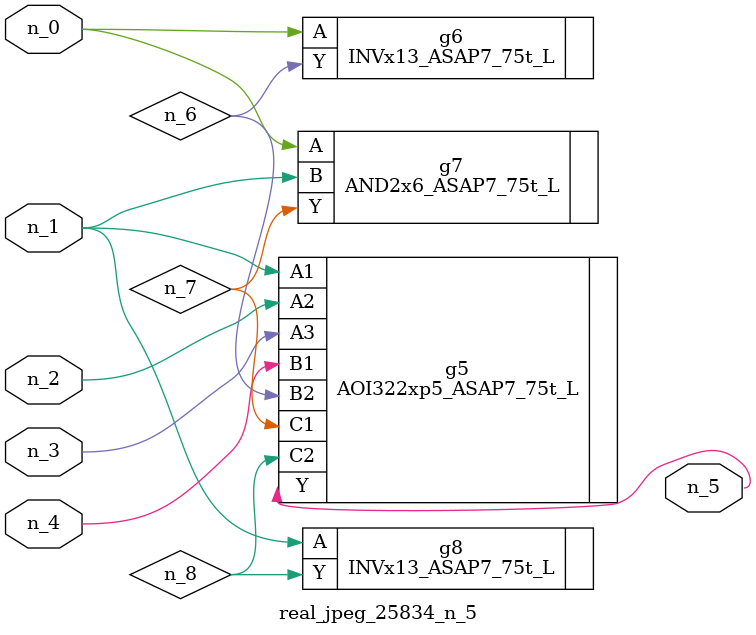
<source format=v>
module real_jpeg_25834_n_5 (n_4, n_0, n_1, n_2, n_3, n_5);

input n_4;
input n_0;
input n_1;
input n_2;
input n_3;

output n_5;

wire n_8;
wire n_6;
wire n_7;

INVx13_ASAP7_75t_L g6 ( 
.A(n_0),
.Y(n_6)
);

AND2x6_ASAP7_75t_L g7 ( 
.A(n_0),
.B(n_1),
.Y(n_7)
);

AOI322xp5_ASAP7_75t_L g5 ( 
.A1(n_1),
.A2(n_2),
.A3(n_3),
.B1(n_4),
.B2(n_6),
.C1(n_7),
.C2(n_8),
.Y(n_5)
);

INVx13_ASAP7_75t_L g8 ( 
.A(n_1),
.Y(n_8)
);


endmodule
</source>
